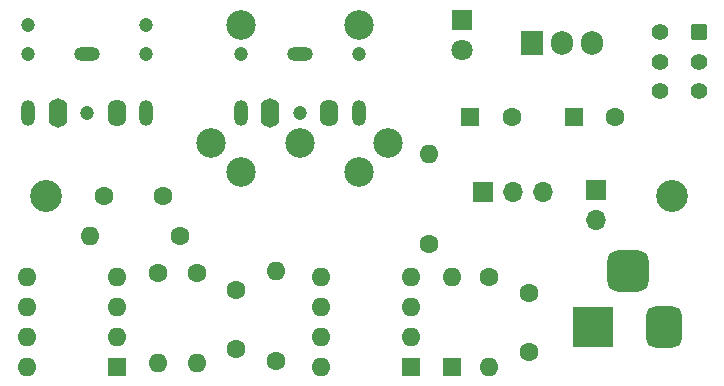
<source format=gbr>
%TF.GenerationSoftware,KiCad,Pcbnew,8.0.3*%
%TF.CreationDate,2024-06-27T15:05:59+01:00*%
%TF.ProjectId,KorgVolcaMIDI,4b6f7267-566f-46c6-9361-4d4944492e6b,rev?*%
%TF.SameCoordinates,Original*%
%TF.FileFunction,Soldermask,Bot*%
%TF.FilePolarity,Negative*%
%FSLAX46Y46*%
G04 Gerber Fmt 4.6, Leading zero omitted, Abs format (unit mm)*
G04 Created by KiCad (PCBNEW 8.0.3) date 2024-06-27 15:05:59*
%MOMM*%
%LPD*%
G01*
G04 APERTURE LIST*
G04 Aperture macros list*
%AMRoundRect*
0 Rectangle with rounded corners*
0 $1 Rounding radius*
0 $2 $3 $4 $5 $6 $7 $8 $9 X,Y pos of 4 corners*
0 Add a 4 corners polygon primitive as box body*
4,1,4,$2,$3,$4,$5,$6,$7,$8,$9,$2,$3,0*
0 Add four circle primitives for the rounded corners*
1,1,$1+$1,$2,$3*
1,1,$1+$1,$4,$5*
1,1,$1+$1,$6,$7*
1,1,$1+$1,$8,$9*
0 Add four rect primitives between the rounded corners*
20,1,$1+$1,$2,$3,$4,$5,0*
20,1,$1+$1,$4,$5,$6,$7,0*
20,1,$1+$1,$6,$7,$8,$9,0*
20,1,$1+$1,$8,$9,$2,$3,0*%
G04 Aperture macros list end*
%ADD10R,1.700000X1.700000*%
%ADD11O,1.700000X1.700000*%
%ADD12C,1.600000*%
%ADD13C,2.700000*%
%ADD14RoundRect,0.250000X-0.450000X0.450000X-0.450000X-0.450000X0.450000X-0.450000X0.450000X0.450000X0*%
%ADD15C,1.400000*%
%ADD16R,3.500000X3.500000*%
%ADD17RoundRect,0.750000X0.750000X1.000000X-0.750000X1.000000X-0.750000X-1.000000X0.750000X-1.000000X0*%
%ADD18RoundRect,0.875000X0.875000X0.875000X-0.875000X0.875000X-0.875000X-0.875000X0.875000X-0.875000X0*%
%ADD19R,1.905000X2.000000*%
%ADD20O,1.905000X2.000000*%
%ADD21R,1.600000X1.600000*%
%ADD22O,1.600000X1.600000*%
%ADD23O,1.600000X2.500000*%
%ADD24O,1.200000X2.200000*%
%ADD25O,2.200000X1.200000*%
%ADD26O,1.600000X2.300000*%
%ADD27C,1.200000*%
%ADD28C,2.499360*%
%ADD29R,1.800000X1.800000*%
%ADD30C,1.800000*%
G04 APERTURE END LIST*
D10*
%TO.C,J5*%
X140515000Y-66160000D03*
D11*
X143055000Y-66160000D03*
X145595000Y-66160000D03*
%TD*%
D12*
%TO.C,C5*%
X144440000Y-74700000D03*
X144440000Y-79700000D03*
%TD*%
D13*
%TO.C,MK2*%
X156500000Y-66500000D03*
%TD*%
%TO.C,MK1*%
X103500000Y-66500000D03*
%TD*%
D14*
%TO.C,S1*%
X158800000Y-52610000D03*
D15*
X158800000Y-55110000D03*
X158800000Y-57610000D03*
X155500000Y-57610000D03*
X155500000Y-55110000D03*
X155500000Y-52610000D03*
%TD*%
D16*
%TO.C,J6*%
X149810000Y-77580000D03*
D17*
X155810000Y-77580000D03*
D18*
X152810000Y-72880000D03*
%TD*%
D19*
%TO.C,U3*%
X144690000Y-53540000D03*
D20*
X147230000Y-53540000D03*
X149770000Y-53540000D03*
%TD*%
D21*
%TO.C,U2*%
X134400000Y-81000000D03*
D22*
X134400000Y-78460000D03*
X134400000Y-75920000D03*
X134400000Y-73380000D03*
X126780000Y-73380000D03*
X126780000Y-75920000D03*
X126780000Y-78460000D03*
X126780000Y-81000000D03*
%TD*%
D21*
%TO.C,U1*%
X109500000Y-81000000D03*
D22*
X109500000Y-78460000D03*
X109500000Y-75920000D03*
X109500000Y-73380000D03*
X101880000Y-73380000D03*
X101880000Y-75920000D03*
X101880000Y-78460000D03*
X101880000Y-81000000D03*
%TD*%
D12*
%TO.C,R5*%
X114830000Y-69910000D03*
D22*
X107210000Y-69910000D03*
%TD*%
D12*
%TO.C,R4*%
X116260000Y-73000000D03*
D22*
X116260000Y-80620000D03*
%TD*%
D12*
%TO.C,R3*%
X123000000Y-80500000D03*
D22*
X123000000Y-72880000D03*
%TD*%
D12*
%TO.C,R2*%
X113000000Y-73000000D03*
D22*
X113000000Y-80620000D03*
%TD*%
D12*
%TO.C,R1*%
X141000000Y-73380000D03*
D22*
X141000000Y-81000000D03*
%TD*%
D10*
%TO.C,J4*%
X150085000Y-66020000D03*
D11*
X150085000Y-68560000D03*
%TD*%
D23*
%TO.C,J3*%
X104500000Y-59500000D03*
D24*
X102000000Y-59500000D03*
D25*
X107000000Y-54500000D03*
D26*
X109500000Y-59500000D03*
D24*
X112000000Y-59500000D03*
D27*
X102000000Y-52000000D03*
X102000000Y-54500000D03*
X107000000Y-59500000D03*
X112000000Y-52000000D03*
X112000000Y-54500000D03*
%TD*%
%TO.C,J2*%
X130000000Y-54500000D03*
X130000000Y-52000000D03*
X125000000Y-59500000D03*
X120000000Y-54500000D03*
X120000000Y-52000000D03*
D24*
X130000000Y-59500000D03*
D26*
X127500000Y-59500000D03*
D25*
X125000000Y-54500000D03*
D24*
X120000000Y-59500000D03*
D23*
X122500000Y-59500000D03*
%TD*%
D28*
%TO.C,J1*%
X132498080Y-61997200D03*
X120003820Y-64499100D03*
X125000000Y-61999740D03*
X117501920Y-61997200D03*
X129996180Y-64499100D03*
X119998740Y-52002300D03*
X130001260Y-52002300D03*
%TD*%
D29*
%TO.C,D2*%
X138730000Y-51565000D03*
D30*
X138730000Y-54105000D03*
%TD*%
D21*
%TO.C,D1*%
X137870000Y-80950000D03*
D22*
X137870000Y-73330000D03*
%TD*%
D21*
%TO.C,C4*%
X139440000Y-59800000D03*
D12*
X142940000Y-59800000D03*
%TD*%
D21*
%TO.C,C3*%
X148200000Y-59800000D03*
D12*
X151700000Y-59800000D03*
%TD*%
%TO.C,C2*%
X113440000Y-66490000D03*
X108440000Y-66490000D03*
%TD*%
%TO.C,C1*%
X119610000Y-79440000D03*
X119610000Y-74440000D03*
%TD*%
D22*
%TO.C,R6*%
X135950000Y-62920000D03*
D12*
X135950000Y-70540000D03*
%TD*%
M02*

</source>
